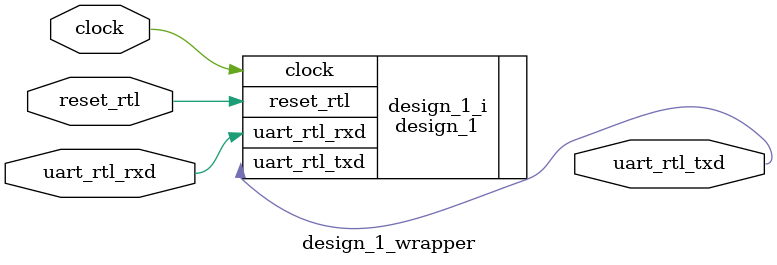
<source format=v>
`timescale 1 ps / 1 ps

module design_1_wrapper
   (clock,
    reset_rtl,
    uart_rtl_rxd,
    uart_rtl_txd);
  input clock;
  input reset_rtl;
  input uart_rtl_rxd;
  output uart_rtl_txd;

  wire clock;
  wire reset_rtl;
  wire uart_rtl_rxd;
  wire uart_rtl_txd;

  design_1 design_1_i
       (.clock(clock),
        .reset_rtl(reset_rtl),
        .uart_rtl_rxd(uart_rtl_rxd),
        .uart_rtl_txd(uart_rtl_txd));
endmodule

</source>
